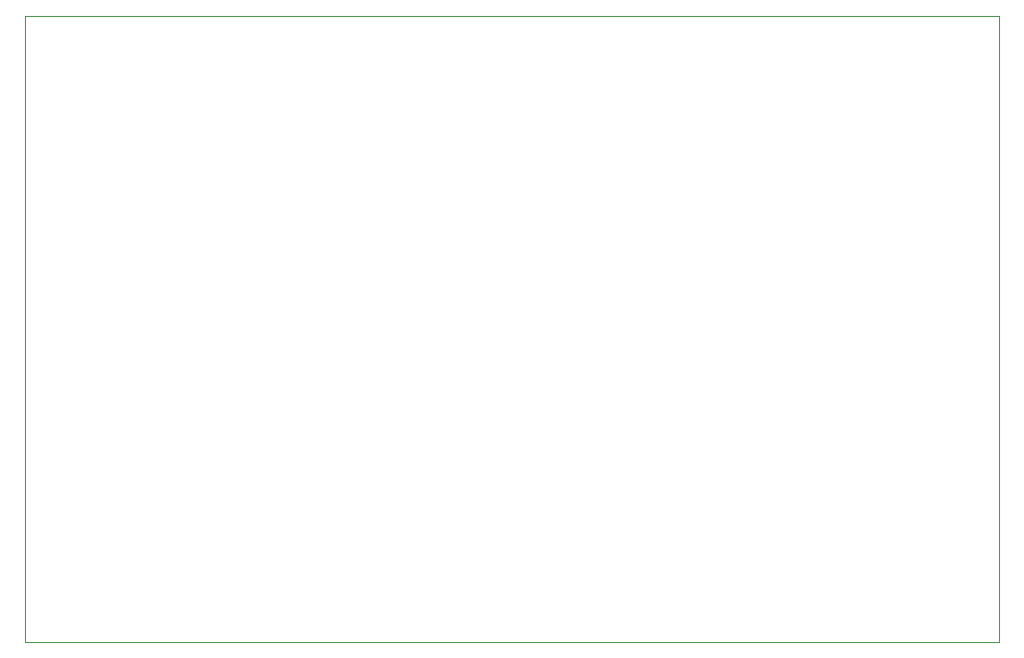
<source format=gbr>
%TF.GenerationSoftware,KiCad,Pcbnew,9.0.2*%
%TF.CreationDate,2025-05-21T14:28:12+05:30*%
%TF.ProjectId,esp32 master,65737033-3220-46d6-9173-7465722e6b69,rev?*%
%TF.SameCoordinates,Original*%
%TF.FileFunction,Profile,NP*%
%FSLAX46Y46*%
G04 Gerber Fmt 4.6, Leading zero omitted, Abs format (unit mm)*
G04 Created by KiCad (PCBNEW 9.0.2) date 2025-05-21 14:28:12*
%MOMM*%
%LPD*%
G01*
G04 APERTURE LIST*
%TA.AperFunction,Profile*%
%ADD10C,0.050000*%
%TD*%
G04 APERTURE END LIST*
D10*
X69810000Y-62000000D02*
X152500000Y-62000000D01*
X152500000Y-115160000D01*
X69810000Y-115160000D01*
X69810000Y-62000000D01*
M02*

</source>
